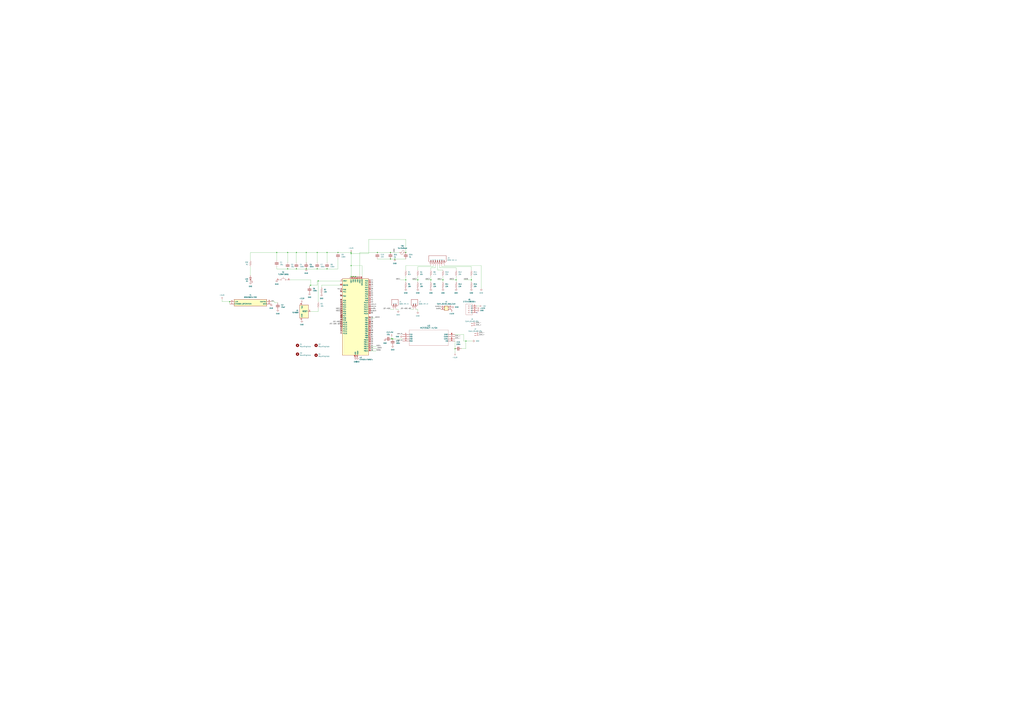
<source format=kicad_sch>
(kicad_sch (version 20231120) (generator "eeschema") (generator_version "8.0")
  (paper "A0")
  (lib_symbols
    (symbol "2-PinJST-ad:B2B-XH-A" (pin_names (offset 1.016))
      (property "Reference" "J" (at -2.54 6.35 0))
      (property "Value" "B2B-XH-A" (at -2.54 -5.08 0))
      (symbol "B2B-XH-A_0_0"
        (pin passive line (at -7.62 2.54 0) (length 5.08) (name "1") (number "1"))
        (pin passive line (at -7.62 0 0) (length 5.08) (name "2") (number "2"))
      )
    )
    (symbol "7-PinJST-ad:B7B-XH-A" (pin_names (offset 1.016))
      (property "Reference" "J" (at -2.54 11.43 0))
      (property "Value" "B7B-XH-A" (at -2.54 -12.7 0))
      (symbol "B7B-XH-A_0_0"
        (pin passive line (at -7.62 7.62 0) (length 5.08) (name "1") (number "1"))
        (pin passive line (at -7.62 5.08 0) (length 5.08) (name "2") (number "2"))
        (pin passive line (at -7.62 2.54 0) (length 5.08) (name "3") (number "3"))
        (pin passive line (at -7.62 0 0) (length 5.08) (name "4") (number "4"))
        (pin passive line (at -7.62 -2.54 0) (length 5.08) (name "5") (number "5"))
        (pin passive line (at -7.62 -5.08 0) (length 5.08) (name "6") (number "6"))
        (pin passive line (at -7.62 -7.62 0) (length 5.08) (name "7") (number "7"))
      )
    )
    (symbol "Connector:Conn_01x02_Pin" (pin_names (offset 1.016) hide)
      (property "Reference" "J" (at 0 2.54 0))
      (property "Value" "Conn_01x02_Pin" (at 0 -5.08 0))
      (symbol "Conn_01x02_Pin_1_1"
        (pin passive line (at 5.08 0 180) (length 3.81) (name "Pin_1") (number "1"))
        (pin passive line (at 5.08 -2.54 180) (length 3.81) (name "Pin_2") (number "2"))
      )
    )
    (symbol "Connector_Generic:Conn_02x02_Odd_Even" (pin_names (offset 1.016) hide)
      (property "Reference" "J" (at 1.27 2.54 0))
      (property "Value" "Conn_02x02_Odd_Even" (at 1.27 -5.08 0))
      (symbol "Conn_02x02_Odd_Even_1_1"
        (pin passive line (at -5.08 0 0) (length 3.81) (name "Pin_1") (number "1"))
        (pin passive line (at 7.62 0 180) (length 3.81) (name "Pin_2") (number "2"))
        (pin passive line (at -5.08 -2.54 0) (length 3.81) (name "Pin_3") (number "3"))
        (pin passive line (at 7.62 -2.54 180) (length 3.81) (name "Pin_4") (number "4"))
      )
    )
    (symbol "Device:C" (pin_numbers hide) (pin_names (offset 0.254))
      (property "Reference" "C" (at 0.635 2.54 0))
      (property "Value" "C" (at 0.635 -2.54 0))
      (symbol "C_1_1"
        (pin passive line (at 0 3.81 270) (length 2.794) (name "~") (number "1"))
        (pin passive line (at 0 -3.81 90) (length 2.794) (name "~") (number "2"))
      )
    )
    (symbol "Device:FerriteBead" (pin_numbers hide) (pin_names (offset 0))
      (property "Reference" "FB" (at -3.81 0.635 90))
      (property "Value" "FerriteBead" (at 3.81 0 90))
      (symbol "FerriteBead_1_1"
        (pin passive line (at 0 3.81 270) (length 2.54) (name "~") (number "1"))
        (pin passive line (at 0 -3.81 90) (length 2.54) (name "~") (number "2"))
      )
    )
    (symbol "Device:LED" (pin_numbers hide) (pin_names (offset 1.016) hide)
      (property "Reference" "D" (at 0 2.54 0))
      (property "Value" "LED" (at 0 -2.54 0))
      (symbol "LED_1_1"
        (pin passive line (at -3.81 0 0) (length 2.54) (name "K") (number "1"))
        (pin passive line (at 3.81 0 180) (length 2.54) (name "A") (number "2"))
      )
    )
    (symbol "Device:R_US" (pin_numbers hide) (pin_names (offset 0))
      (property "Reference" "R" (at 2.54 0 90))
      (property "Value" "R_US" (at -2.54 0 90))
      (symbol "R_US_1_1"
        (pin passive line (at 0 3.81 270) (length 1.27) (name "~") (number "1"))
        (pin passive line (at 0 -3.81 90) (length 1.27) (name "~") (number "2"))
      )
    )
    (symbol "MCU_ST_STM32L4:STM32L476RGTx"
      (property "Reference" "U" (at -15.24 46.99 0))
      (property "Value" "STM32L476RGTx" (at 10.16 46.99 0))
      (symbol "STM32L476RGTx_1_1"
        (pin power_in line (at -5.08 48.26 270) (length 2.54) (name "VBAT") (number "1"))
        (pin bidirectional line (at -17.78 15.24 0) (length 2.54) (name "PC2") (number "10"))
        (pin bidirectional line (at -17.78 12.7 0) (length 2.54) (name "PC3") (number "11"))
        (pin power_in line (at 2.54 -45.72 90) (length 2.54) (name "VSSA") (number "12"))
        (pin power_in line (at 5.08 48.26 270) (length 2.54) (name "VDDA") (number "13"))
        (pin bidirectional line (at 17.78 43.18 180) (length 2.54) (name "PA0") (number "14"))
        (pin bidirectional line (at 17.78 40.64 180) (length 2.54) (name "PA1") (number "15"))
        (pin bidirectional line (at 17.78 38.1 180) (length 2.54) (name "PA2") (number "16"))
        (pin bidirectional line (at 17.78 35.56 180) (length 2.54) (name "PA3") (number "17"))
        (pin power_in line (at 0 -45.72 90) (length 2.54) (name "VSS") (number "18"))
        (pin power_in line (at -2.54 48.26 270) (length 2.54) (name "VDD") (number "19"))
        (pin bidirectional line (at -17.78 -12.7 0) (length 2.54) (name "PC13") (number "2"))
        (pin bidirectional line (at 17.78 33.02 180) (length 2.54) (name "PA4") (number "20"))
        (pin bidirectional line (at 17.78 30.48 180) (length 2.54) (name "PA5") (number "21"))
        (pin bidirectional line (at 17.78 27.94 180) (length 2.54) (name "PA6") (number "22"))
        (pin bidirectional line (at 17.78 25.4 180) (length 2.54) (name "PA7") (number "23"))
        (pin bidirectional line (at -17.78 10.16 0) (length 2.54) (name "PC4") (number "24"))
        (pin bidirectional line (at -17.78 7.62 0) (length 2.54) (name "PC5") (number "25"))
        (pin bidirectional line (at 17.78 0 180) (length 2.54) (name "PB0") (number "26"))
        (pin bidirectional line (at 17.78 -2.54 180) (length 2.54) (name "PB1") (number "27"))
        (pin bidirectional line (at 17.78 -5.08 180) (length 2.54) (name "PB2") (number "28"))
        (pin bidirectional line (at 17.78 -25.4 180) (length 2.54) (name "PB10") (number "29"))
        (pin bidirectional line (at -17.78 -15.24 0) (length 2.54) (name "PC14") (number "3"))
        (pin bidirectional line (at 17.78 -27.94 180) (length 2.54) (name "PB11") (number "30"))
        (pin passive line (at 0 -45.72 90) (length 2.54) hide (name "VSS") (number "31"))
        (pin power_in line (at 0 48.26 270) (length 2.54) (name "VDD") (number "32"))
        (pin bidirectional line (at 17.78 -30.48 180) (length 2.54) (name "PB12") (number "33"))
        (pin bidirectional line (at 17.78 -33.02 180) (length 2.54) (name "PB13") (number "34"))
        (pin bidirectional line (at 17.78 -35.56 180) (length 2.54) (name "PB14") (number "35"))
        (pin bidirectional line (at 17.78 -38.1 180) (length 2.54) (name "PB15") (number "36"))
        (pin bidirectional line (at -17.78 5.08 0) (length 2.54) (name "PC6") (number "37"))
        (pin bidirectional line (at -17.78 2.54 0) (length 2.54) (name "PC7") (number "38"))
        (pin bidirectional line (at -17.78 0 0) (length 2.54) (name "PC8") (number "39"))
        (pin bidirectional line (at -17.78 -17.78 0) (length 2.54) (name "PC15") (number "4"))
        (pin bidirectional line (at -17.78 -2.54 0) (length 2.54) (name "PC9") (number "40"))
        (pin bidirectional line (at 17.78 22.86 180) (length 2.54) (name "PA8") (number "41"))
        (pin bidirectional line (at 17.78 20.32 180) (length 2.54) (name "PA9") (number "42"))
        (pin bidirectional line (at 17.78 17.78 180) (length 2.54) (name "PA10") (number "43"))
        (pin bidirectional line (at 17.78 15.24 180) (length 2.54) (name "PA11") (number "44"))
        (pin bidirectional line (at 17.78 12.7 180) (length 2.54) (name "PA12") (number "45"))
        (pin bidirectional line (at 17.78 10.16 180) (length 2.54) (name "PA13") (number "46"))
        (pin passive line (at 0 -45.72 90) (length 2.54) hide (name "VSS") (number "47"))
        (pin power_in line (at 7.62 48.26 270) (length 2.54) (name "VDDUSB") (number "48"))
        (pin bidirectional line (at 17.78 7.62 180) (length 2.54) (name "PA14") (number "49"))
        (pin bidirectional line (at -17.78 33.02 0) (length 2.54) (name "PH0") (number "5"))
        (pin bidirectional line (at 17.78 5.08 180) (length 2.54) (name "PA15") (number "50"))
        (pin bidirectional line (at -17.78 -5.08 0) (length 2.54) (name "PC10") (number "51"))
        (pin bidirectional line (at -17.78 -7.62 0) (length 2.54) (name "PC11") (number "52"))
        (pin bidirectional line (at -17.78 -10.16 0) (length 2.54) (name "PC12") (number "53"))
        (pin bidirectional line (at -17.78 25.4 0) (length 2.54) (name "PD2") (number "54"))
        (pin bidirectional line (at 17.78 -7.62 180) (length 2.54) (name "PB3") (number "55"))
        (pin bidirectional line (at 17.78 -10.16 180) (length 2.54) (name "PB4") (number "56"))
        (pin bidirectional line (at 17.78 -12.7 180) (length 2.54) (name "PB5") (number "57"))
        (pin bidirectional line (at 17.78 -15.24 180) (length 2.54) (name "PB6") (number "58"))
        (pin bidirectional line (at 17.78 -17.78 180) (length 2.54) (name "PB7") (number "59"))
        (pin bidirectional line (at -17.78 30.48 0) (length 2.54) (name "PH1") (number "6"))
        (pin input line (at -17.78 38.1 0) (length 2.54) (name "BOOT0") (number "60"))
        (pin bidirectional line (at 17.78 -20.32 180) (length 2.54) (name "PB8") (number "61"))
        (pin bidirectional line (at 17.78 -22.86 180) (length 2.54) (name "PB9") (number "62"))
        (pin passive line (at 0 -45.72 90) (length 2.54) hide (name "VSS") (number "63"))
        (pin power_in line (at 2.54 48.26 270) (length 2.54) (name "VDD") (number "64"))
        (pin input line (at -17.78 43.18 0) (length 2.54) (name "NRST") (number "7"))
        (pin bidirectional line (at -17.78 20.32 0) (length 2.54) (name "PC0") (number "8"))
        (pin bidirectional line (at -17.78 17.78 0) (length 2.54) (name "PC1") (number "9"))
      )
    )
    (symbol "Mechanical:MountingHole" (pin_names (offset 1.016)) (exclude_from_sim yes) (in_bom no)
      (property "Reference" "H" (at 0 5.08 0))
      (property "Value" "MountingHole" (at 0 3.175 0))
    )
    (symbol "Power_Supervisor:TCM809" (pin_names (offset 1.016))
      (property "Reference" "U" (at 0 8.89 0))
      (property "Value" "TCM809" (at -1.27 -8.89 0))
      (symbol "TCM809_1_1"
        (pin power_in line (at -2.54 -10.16 90) (length 2.54) (name "GND") (number "1"))
        (pin output line (at 7.62 0 180) (length 2.54) (name "~{RESET}") (number "2"))
        (pin power_in line (at -2.54 10.16 270) (length 2.54) (name "V_{DD}") (number "3"))
      )
    )
    (symbol "power:+3.3V" (power) (pin_numbers hide) (pin_names (offset 0) hide)
      (property "Value" "+3.3V" (at 0 3.556 0))
      (symbol "+3.3V_1_1"
        (pin power_in line (at 0 0 90) (length 0) (name "~") (number "1"))
      )
    )
    (symbol "power:GND" (power) (pin_numbers hide) (pin_names (offset 0) hide)
      (property "Value" "GND" (at 0 -3.81 0))
      (symbol "GND_1_1"
        (pin power_in line (at 0 0 270) (length 0) (name "~") (number "1"))
      )
    )
    (symbol "symbols:1724480004" (pin_names (offset 0.254))
      (property "Reference" "J" (at 8.89 6.35 0))
      (property "Value" "1724480004" (at 0 0 0))
      (symbol "1724480004_1_1"
        (pin unspecified line (at 0 0 0) (length 5.08) (name "1") (number "1"))
        (pin unspecified line (at 0 -2.54 0) (length 5.08) (name "2") (number "2"))
        (pin unspecified line (at 0 -5.08 0) (length 5.08) (name "3") (number "3"))
        (pin unspecified line (at 0 -7.62 0) (length 5.08) (name "4") (number "4"))
      )
      (symbol "1724480004_1_2"
        (pin unspecified line (at 0 0 0) (length 5.08) (name "1") (number "1"))
        (pin unspecified line (at 0 -2.54 0) (length 5.08) (name "2") (number "2"))
        (pin unspecified line (at 0 -5.08 0) (length 5.08) (name "3") (number "3"))
        (pin unspecified line (at 0 -7.62 0) (length 5.08) (name "4") (number "4"))
      )
    )
    (symbol "symbols:830208214709"
      (property "Reference" "Y" (at 44.45 7.62 0))
      (property "Value" "830208214709" (at 44.45 5.08 0))
      (symbol "830208214709_1_1"
        (pin passive line (at 0 -2.54 0) (length 5.08) (name "STANDBY_OPERATION") (number "1"))
        (pin passive line (at 48.26 -2.54 180) (length 5.08) (name "GND") (number "2"))
        (pin passive line (at 48.26 0 180) (length 5.08) (name "OUTPUT") (number "3"))
        (pin passive line (at 0 0 0) (length 5.08) (name "+VS") (number "4"))
      )
    )
    (symbol "symbols:MCP2562T-H_SN" (pin_names (offset 0.254))
      (property "Reference" "U2" (at 30.48 10.16 0))
      (property "Value" "MCP2562T-H/SN" (at 30.48 7.62 0))
      (symbol "MCP2562T-H_SN_0_1"
        (pin input line (at 0 0 0) (length 7.62) (name "TXD") (number "1"))
        (pin power_in line (at 0 -2.54 0) (length 7.62) (name "VSS") (number "2"))
        (pin power_in line (at 0 -5.08 0) (length 7.62) (name "VDD") (number "3"))
        (pin output line (at 0 -7.62 0) (length 7.62) (name "RXD") (number "4"))
        (pin bidirectional line (at 60.96 -5.08 180) (length 7.62) (name "CANL") (number "6"))
        (pin bidirectional line (at 60.96 -2.54 180) (length 7.62) (name "CANH") (number "7"))
        (pin input line (at 60.96 0 180) (length 7.62) (name "STBY") (number "8"))
      )
      (symbol "MCP2562T-H_SN_1_1"
        (pin unspecified line (at 60.96 -7.62 180) (length 7.62) (name "VIO") (number "5"))
      )
    )
    (symbol "symbols:TL59NF160Q" (pin_names (offset 1.016))
      (property "Reference" "S" (at -7.62 5.08 0))
      (property "Value" "TL59NF160Q" (at -7.62 -5.08 0))
      (symbol "TL59NF160Q_0_0"
        (pin passive line (at -7.62 0 0) (length 2.54) (name "~") (number "1"))
        (pin passive line (at 7.62 0 180) (length 2.54) (name "~") (number "2"))
      )
    )
  )
  (junction (at 355.6 293.37))
  (junction (at 412.75 321.31))
  (junction (at 334.01 293.37))
  (junction (at 541.02 396.24))
  (junction (at 410.21 321.31))
  (junction (at 344.17 312.42))
  (junction (at 471.17 325.12))
  (junction (at 266.7 350.52))
  (junction (at 453.39 300.99))
  (junction (at 407.67 294.64))
  (junction (at 514.35 325.12))
  (junction (at 529.59 325.12))
  (junction (at 369.57 326.39))
  (junction (at 407.67 293.37))
  (junction (at 368.3 312.42))
  (junction (at 355.6 312.42))
  (junction (at 379.73 293.37))
  (junction (at 547.37 325.12))
  (junction (at 528.32 405.13))
  (junction (at 500.38 325.12))
  (junction (at 458.47 300.99))
  (junction (at 392.43 293.37))
  (junction (at 360.68 331.47))
  (junction (at 471.17 293.37))
  (junction (at 344.17 293.37))
  (junction (at 379.73 312.42))
  (junction (at 368.3 293.37))
  (junction (at 455.93 393.7))
  (junction (at 407.67 308.61))
  (junction (at 321.31 293.37))
  (junction (at 485.14 325.12))
  (junction (at 453.39 293.37))
  (junction (at 334.01 312.42))
  (junction (at 454.66 393.7))
  (junction (at 438.15 293.37))
  (junction (at 407.67 321.31))
  (no_connect (at 553.72 363.22))
  (wire (pts (xy 548.64 396.24) (xy 541.02 396.24)))
  (wire (pts (xy 541.02 405.13) (xy 541.02 396.24)))
  (wire (pts (xy 318.77 350.52) (xy 314.96 350.52)))
  (wire (pts (xy 392.43 293.37) (xy 379.73 293.37)))
  (wire (pts (xy 547.37 325.12) (xy 538.48 325.12)))
  (wire (pts (xy 318.77 351.79) (xy 318.77 350.52)))
  (wire (pts (xy 513.08 309.88) (xy 513.08 308.61)))
  (wire (pts (xy 360.68 331.47) (xy 368.3 331.47)))
  (wire (pts (xy 455.93 393.7) (xy 454.66 393.7)))
  (wire (pts (xy 482.6 359.41) (xy 485.14 359.41)))
  (wire (pts (xy 257.81 347.98) (xy 257.81 350.52)))
  (wire (pts (xy 500.38 321.31) (xy 500.38 325.12)))
  (wire (pts (xy 458.47 300.99) (xy 471.17 300.99)))
  (wire (pts (xy 485.14 359.41) (xy 485.14 361.95)))
  (wire (pts (xy 420.37 308.61) (xy 407.67 308.61)))
  (wire (pts (xy 485.14 325.12) (xy 485.14 327.66)))
  (wire (pts (xy 369.57 326.39) (xy 394.97 326.39)))
  (wire (pts (xy 334.01 304.8) (xy 334.01 293.37)))
  (wire (pts (xy 471.17 321.31) (xy 471.17 325.12)))
  (wire (pts (xy 321.31 312.42) (xy 334.01 312.42)))
  (wire (pts (xy 547.37 309.88) (xy 513.08 309.88)))
  (wire (pts (xy 407.67 294.64) (xy 407.67 308.61)))
  (wire (pts (xy 334.01 312.42) (xy 344.17 312.42)))
  (wire (pts (xy 471.17 325.12) (xy 471.17 327.66)))
  (wire (pts (xy 535.94 405.13) (xy 541.02 405.13)))
  (wire (pts (xy 514.35 321.31) (xy 514.35 325.12)))
  (wire (pts (xy 485.14 321.31) (xy 485.14 325.12)))
  (wire (pts (xy 368.3 293.37) (xy 368.3 304.8)))
  (wire (pts (xy 514.35 325.12) (xy 514.35 327.66)))
  (wire (pts (xy 321.31 302.26) (xy 321.31 293.37)))
  (wire (pts (xy 529.59 325.12) (xy 529.59 327.66)))
  (wire (pts (xy 558.8 308.61) (xy 558.8 335.28)))
  (wire (pts (xy 438.15 300.99) (xy 453.39 300.99)))
  (wire (pts (xy 538.48 396.24) (xy 538.48 388.62)))
  (wire (pts (xy 373.38 334.01) (xy 373.38 331.47)))
  (wire (pts (xy 436.88 402.59) (xy 430.53 402.59)))
  (wire (pts (xy 355.6 293.37) (xy 355.6 304.8)))
  (wire (pts (xy 360.68 325.12) (xy 360.68 331.47)))
  (wire (pts (xy 547.37 313.69) (xy 547.37 309.88)))
  (wire (pts (xy 290.83 293.37) (xy 290.83 302.26)))
  (wire (pts (xy 359.41 331.47) (xy 360.68 331.47)))
  (wire (pts (xy 528.32 410.21) (xy 528.32 405.13)))
  (wire (pts (xy 417.83 321.31) (xy 417.83 293.37)))
  (wire (pts (xy 368.3 326.39) (xy 369.57 326.39)))
  (wire (pts (xy 547.37 321.31) (xy 547.37 325.12)))
  (wire (pts (xy 407.67 294.64) (xy 427.99 294.64)))
  (wire (pts (xy 420.37 321.31) (xy 420.37 308.61)))
  (wire (pts (xy 500.38 325.12) (xy 494.03 325.12)))
  (wire (pts (xy 471.17 278.13) (xy 471.17 293.37)))
  (wire (pts (xy 407.67 321.31) (xy 410.21 321.31)))
  (wire (pts (xy 368.3 331.47) (xy 368.3 326.39)))
  (wire (pts (xy 379.73 312.42) (xy 392.43 312.42)))
  (wire (pts (xy 477.52 359.41) (xy 480.06 359.41)))
  (wire (pts (xy 368.3 312.42) (xy 379.73 312.42)))
  (wire (pts (xy 360.68 361.95) (xy 369.57 361.95)))
  (wire (pts (xy 438.15 405.13) (xy 430.53 405.13)))
  (wire (pts (xy 459.74 359.41) (xy 462.28 359.41)))
  (wire (pts (xy 529.59 325.12) (xy 521.97 325.12)))
  (wire (pts (xy 379.73 293.37) (xy 379.73 304.8)))
  (wire (pts (xy 407.67 293.37) (xy 407.67 294.64)))
  (wire (pts (xy 508 308.61) (xy 508 313.69)))
  (wire (pts (xy 435.61 369.57) (xy 430.53 369.57)))
  (wire (pts (xy 379.73 293.37) (xy 368.3 293.37)))
  (wire (pts (xy 510.54 311.15) (xy 510.54 308.61)))
  (wire (pts (xy 500.38 308.61) (xy 471.17 308.61)))
  (wire (pts (xy 515.62 308.61) (xy 558.8 308.61)))
  (wire (pts (xy 500.38 325.12) (xy 500.38 327.66)))
  (wire (pts (xy 392.43 312.42) (xy 392.43 300.99)))
  (wire (pts (xy 453.39 393.7) (xy 454.66 393.7)))
  (wire (pts (xy 427.99 294.64) (xy 427.99 278.13)))
  (wire (pts (xy 417.83 293.37) (xy 438.15 293.37)))
  (wire (pts (xy 344.17 304.8) (xy 344.17 293.37)))
  (wire (pts (xy 407.67 308.61) (xy 407.67 321.31)))
  (wire (pts (xy 344.17 312.42) (xy 355.6 312.42)))
  (wire (pts (xy 359.41 331.47) (xy 359.41 332.74)))
  (wire (pts (xy 336.55 325.12) (xy 360.68 325.12)))
  (wire (pts (xy 318.77 351.79) (xy 322.58 351.79)))
  (wire (pts (xy 453.39 359.41) (xy 457.2 359.41)))
  (wire (pts (xy 290.83 293.37) (xy 321.31 293.37)))
  (wire (pts (xy 438.15 293.37) (xy 453.39 293.37)))
  (wire (pts (xy 500.38 311.15) (xy 505.46 311.15)))
  (wire (pts (xy 321.31 293.37) (xy 334.01 293.37)))
  (wire (pts (xy 528.32 405.13) (xy 528.32 396.24)))
  (wire (pts (xy 467.36 393.7) (xy 455.93 393.7)))
  (wire (pts (xy 547.37 325.12) (xy 547.37 327.66)))
  (wire (pts (xy 373.38 331.47) (xy 394.97 331.47)))
  (wire (pts (xy 505.46 308.61) (xy 505.46 311.15)))
  (wire (pts (xy 538.48 388.62) (xy 528.32 388.62)))
  (wire (pts (xy 508 325.12) (xy 514.35 325.12)))
  (wire (pts (xy 500.38 313.69) (xy 500.38 311.15)))
  (wire (pts (xy 410.21 321.31) (xy 412.75 321.31)))
  (wire (pts (xy 485.14 309.88) (xy 502.92 309.88)))
  (wire (pts (xy 453.39 293.37) (xy 463.55 293.37)))
  (wire (pts (xy 368.3 293.37) (xy 355.6 293.37)))
  (wire (pts (xy 257.81 350.52) (xy 266.7 350.52)))
  (wire (pts (xy 369.57 361.95) (xy 369.57 358.14)))
  (wire (pts (xy 529.59 321.31) (xy 529.59 325.12)))
  (wire (pts (xy 412.75 321.31) (xy 415.29 321.31)))
  (wire (pts (xy 471.17 308.61) (xy 471.17 313.69)))
  (wire (pts (xy 556.26 355.6) (xy 553.72 355.6)))
  (wire (pts (xy 529.59 313.69) (xy 529.59 311.15)))
  (wire (pts (xy 453.39 300.99) (xy 458.47 300.99)))
  (wire (pts (xy 266.7 350.52) (xy 266.7 353.06)))
  (wire (pts (xy 514.35 313.69) (xy 508 313.69)))
  (wire (pts (xy 321.31 309.88) (xy 321.31 312.42)))
  (wire (pts (xy 485.14 313.69) (xy 485.14 309.88)))
  (wire (pts (xy 344.17 293.37) (xy 355.6 293.37)))
  (wire (pts (xy 334.01 293.37) (xy 344.17 293.37)))
  (wire (pts (xy 502.92 308.61) (xy 502.92 309.88)))
  (wire (pts (xy 369.57 350.52) (xy 369.57 326.39)))
  (wire (pts (xy 436.88 407.67) (xy 430.53 407.67)))
  (wire (pts (xy 355.6 312.42) (xy 368.3 312.42)))
  (wire (pts (xy 541.02 396.24) (xy 538.48 396.24)))
  (wire (pts (xy 290.83 309.88) (xy 290.83 320.04)))
  (wire (pts (xy 427.99 278.13) (xy 471.17 278.13)))
  (wire (pts (xy 478.79 325.12) (xy 485.14 325.12)))
  (wire (pts (xy 454.66 393.7) (xy 454.66 391.16)))
  (wire (pts (xy 462.28 359.41) (xy 462.28 360.68)))
  (wire (pts (xy 464.82 325.12) (xy 471.17 325.12)))
  (wire (pts (xy 529.59 311.15) (xy 510.54 311.15)))
  (wire (pts (xy 407.67 293.37) (xy 392.43 293.37)))
  (label "36" (at 430.53 407.67 0))
  (label "ADC4" (at 436.88 402.59 0))
  (label "15" (at 430.53 328.93 0))
  (label "54" (at 394.97 344.17 0))
  (label "CAN_+" (at 556.26 389.89 0))
  (label "50" (at 430.53 364.49 0))
  (label "10" (at 394.97 354.33 0))
  (label "ADC2" (at 478.79 325.12 0))
  (label "43" (at 430.53 351.79 0))
  (label "CAN_-" (at 552.45 375.92 0))
  (label "CAN_+" (at 528.32 391.16 0))
  (label "swdclk" (at 511.81 356.87 180))
  (label "vdda" (at 458.47 293.37 90))
  (label "59" (at 430.53 387.35 0))
  (label "53" (at 394.97 379.73 0))
  (label "11" (at 394.97 356.87 0))
  (label "swdio" (at 430.53 359.41 0))
  (label "2" (at 394.97 382.27 0))
  (label "ADC5" (at 438.15 405.13 0))
  (label "58" (at 430.53 384.81 0))
  (label "ADC6" (at 436.88 407.67 0))
  (label "3" (at 394.97 384.81 0))
  (label "ADC1" (at 394.97 359.41 180))
  (label "ADC2" (at 394.97 361.95 180))
  (label "ADC5" (at 521.97 325.12 0))
  (label "rcc" (at 394.97 336.55 180))
  (label "rcc" (at 314.96 350.52 0))
  (label "ADC3" (at 435.61 369.57 0))
  (label "can_tx" (at 430.53 356.87 0))
  (label "52" (at 394.97 377.19 0))
  (label "9" (at 394.97 351.79 0))
  (label "JST-ADC-#2" (at 477.52 359.41 180))
  (label "30" (at 430.53 397.51 0))
  (label "57" (at 430.53 382.27 0))
  (label "swdio" (at 511.81 359.41 180))
  (label "26" (at 430.53 369.57 0))
  (label "can_rx" (at 430.53 354.33 0))
  (label "40" (at 394.97 372.11 0))
  (label "JST-ADC" (at 394.97 374.65 180))
  (label "8" (at 394.97 349.25 0))
  (label "62" (at 430.53 392.43 0))
  (label "23" (at 430.53 344.17 0))
  (label "27" (at 430.53 372.11 0))
  (label "CAN_-" (at 556.26 387.35 0))
  (label "22" (at 430.53 341.63 0))
  (label "41" (at 430.53 346.71 0))
  (label "39" (at 394.97 369.57 0))
  (label "34" (at 430.53 402.59 0))
  (label "can_tx" (at 467.36 388.62 180))
  (label "CAN_+" (at 552.45 378.46 0))
  (label "28" (at 430.53 374.65 0))
  (label "ADC1" (at 464.82 325.12 180))
  (label "6" (at 394.97 339.09 0))
  (label "can_rx" (at 467.36 396.24 180))
  (label "20" (at 430.53 336.55 0))
  (label "24" (at 394.97 359.41 0))
  (label "37" (at 394.97 364.49 0))
  (label "14" (at 430.53 326.39 0))
  (label "38" (at 394.97 367.03 0))
  (label "16" (at 430.53 331.47 0))
  (label "21" (at 430.53 339.09 0))
  (label "35" (at 430.53 405.13 0))
  (label "42" (at 430.53 349.25 0))
  (label "55" (at 430.53 377.19 0))
  (label "ADC6" (at 538.48 325.12 0))
  (label "61" (at 430.53 389.89 0))
  (label "51" (at 394.97 374.65 0))
  (label "JST-ADC" (at 453.39 359.41 180))
  (label "JST-ADC-#2" (at 394.97 377.19 180))
  (label "29" (at 430.53 394.97 0))
  (label "ADC4" (at 508 325.12 0))
  (label "33" (at 430.53 400.05 0))
  (label "4" (at 394.97 387.35 0))
  (label "17" (at 430.53 334.01 0))
  (label "swdclk" (at 430.53 361.95 0))
  (label "25" (at 394.97 361.95 0))
  (label "ADC3" (at 494.03 325.12 0))
  (label "56" (at 430.53 379.73 0))
  (label "CAN_-" (at 528.32 393.7 0))
  (symbol (lib_id "Device:C") (at 450.85 393.7 90) (unit 1)
    (property "Reference" "C12" (at 450.85 386.08 90))
    (property "Value" "10u" (at 450.85 388.62 90))
    (property "Footprint" "Capacitor_SMD:C_0805_2012Metric_Pad1.18x1.45mm_HandSolder" (effects (hide yes)))
    (property "Description" "Unpolarized capacitor" (effects (hide yes)))
  )
  (symbol (lib_id "power:+3.3V") (at 553.72 358.14 270) (unit 1)
    (property "Reference" "#PWR021" (effects (hide yes)))
    (property "Value" "+3.3V" (at 557.53 358.1399 90) (effects (justify left)))
    (property "Description" "Power symbol creates a global label with name \"+3.3V\"" (effects (hide yes)))
  )
  (symbol (lib_id "power:GND") (at 455.93 401.32 0) (unit 1)
    (property "Reference" "#PWR018" (effects (hide yes)))
    (property "Value" "GND" (at 455.93 406.4 0))
    (property "Description" "Power symbol creates a global label with name \"GND\" , ground" (effects (hide yes)))
  )
  (symbol (lib_id "symbols:830208214709") (at 266.7 350.52 0) (unit 1)
    (property "Reference" "Y1" (at 290.83 342.9 0))
    (property "Value" "830208214709" (at 290.83 345.44 0))
    (property "Footprint" "components:oscillator" (effects (hide yes)))
    (property "Datasheet" "https://www.we-online.com/catalog/datasheet/830208214709.pdf" (effects (hide yes)))
    (property "Description" "Standard 2 x 1.6 crystal oscillator in a ceramic package" (effects (hide yes)))
    (property "Height" "0.8" (effects (hide yes)))
    (property "Mouser Part Number" "710-830208214709" (effects (hide yes)))
    (property "Mouser Price/Stock" "https://www.mouser.co.uk/ProductDetail/Wurth-Elektronik/830208214709?qs=hWgE7mdIu5RsfOKECoK1Sg%3D%3D" (effects (hide yes)))
    (property "Manufacturer_Name" "Wurth Elektronik" (effects (hide yes)))
    (property "Manufacturer_Part_Number" "830208214709" (effects (hide yes)))
  )
  (symbol (lib_id "Device:C") (at 355.6 308.61 0) (unit 1)
    (property "Reference" "C5" (at 359.41 307.3399 0) (effects (justify left)))
    (property "Value" "100n" (at 359.41 309.8799 0) (effects (justify left)))
    (property "Footprint" "Capacitor_SMD:C_0805_2012Metric_Pad1.18x1.45mm_HandSolder" (effects (hide yes)))
    (property "Description" "Unpolarized capacitor" (effects (hide yes)))
  )
  (symbol (lib_id "power:GND") (at 485.14 335.28 0) (unit 1)
    (property "Reference" "#PWR023" (effects (hide yes)))
    (property "Value" "GND" (at 485.14 340.36 0))
    (property "Description" "Power symbol creates a global label with name \"GND\" , ground" (effects (hide yes)))
  )
  (symbol (lib_id "Connector:Conn_01x02_Pin") (at 551.18 387.35 0) (unit 1)
    (property "Reference" "J2" (at 551.815 382.27 0))
    (property "Value" "Conn_01x02_Pin" (at 551.815 384.81 0))
    (property "Footprint" "components:can_molex_header" (effects (hide yes)))
    (property "Description" "Generic connector, single row, 01x02, script generated" (effects (hide yes)))
  )
  (symbol (lib_id "MCU_ST_STM32L4:STM32L476RGTx") (at 412.75 369.57 0) (unit 1)
    (property "Reference" "U2" (at 417.4841 415.29 0) (effects (justify left)))
    (property "Value" "STM32L476RGTx" (at 417.4841 417.83 0) (effects (justify left)))
    (property "Footprint" "Package_QFP:LQFP-64_10x10mm_P0.5mm" (effects (hide yes)))
    (property "Datasheet" "https://www.st.com/resource/en/datasheet/stm32l476rg.pdf" (effects (hide yes)))
    (property "Description" "STMicroelectronics Arm Cortex-M4 MCU, 1024KB flash, 128KB RAM, 80 MHz, 1.71-3.6V, 51 GPIO, LQFP64" (effects (hide yes)))
  )
  (symbol (lib_id "power:GND") (at 524.51 356.87 90) (unit 1)
    (property "Reference" "#PWR020" (effects (hide yes)))
    (property "Value" "GND" (at 528.32 356.8699 90) (effects (justify right)))
    (property "Description" "Power symbol creates a global label with name \"GND\" , ground" (effects (hide yes)))
  )
  (symbol (lib_id "Device:C") (at 379.73 308.61 0) (unit 1)
    (property "Reference" "C8" (at 383.54 307.3399 0) (effects (justify left)))
    (property "Value" "100n" (at 383.54 309.8799 0) (effects (justify left)))
    (property "Footprint" "Capacitor_SMD:C_0805_2012Metric_Pad1.18x1.45mm_HandSolder" (effects (hide yes)))
    (property "Description" "Unpolarized capacitor" (effects (hide yes)))
  )
  (symbol (lib_id "Connector:Conn_01x02_Pin") (at 547.37 375.92 0) (unit 1)
    (property "Reference" "J5" (at 548.005 370.84 0))
    (property "Value" "Conn_01x02_Pin" (at 548.005 373.38 0))
    (property "Footprint" "components:can_molex_header" (effects (hide yes)))
    (property "Description" "Generic connector, single row, 01x02, script generated" (effects (hide yes)))
  )
  (symbol (lib_id "power:GND") (at 462.28 360.68 0) (unit 1)
    (property "Reference" "#PWR033" (effects (hide yes)))
    (property "Value" "GND" (at 462.28 365.76 0))
    (property "Description" "Power symbol creates a global label with name \"GND\" , ground" (effects (hide yes)))
  )
  (symbol (lib_id "power:GND") (at 500.38 335.28 0) (unit 1)
    (property "Reference" "#PWR025" (effects (hide yes)))
    (property "Value" "GND" (at 500.38 340.36 0))
    (property "Description" "Power symbol creates a global label with name \"GND\" , ground" (effects (hide yes)))
  )
  (symbol (lib_id "power:+3.3V") (at 350.52 351.79 0) (unit 1)
    (property "Reference" "#PWR06" (effects (hide yes)))
    (property "Value" "+3.3V" (at 350.52 346.71 0))
    (property "Description" "Power symbol creates a global label with name \"+3.3V\"" (effects (hide yes)))
  )
  (symbol (lib_id "Mechanical:MountingHole") (at 345.44 411.48 0) (unit 1) (exclude_from_sim yes) (in_bom no)
    (property "Reference" "H3" (at 347.98 410.2099 0) (effects (justify left)))
    (property "Value" "MountingHole" (at 347.98 412.7499 0) (effects (justify left)))
    (property "Description" "Mounting Hole without connection" (effects (hide yes)))
  )
  (symbol (lib_id "power:GND") (at 290.83 327.66 0) (unit 1)
    (property "Reference" "#PWR02" (effects (hide yes)))
    (property "Value" "GND" (at 290.83 332.74 0))
    (property "Description" "Power symbol creates a global label with name \"GND\" , ground" (effects (hide yes)))
  )
  (symbol (lib_id "Device:FerriteBead") (at 467.36 293.37 90) (unit 1)
    (property "Reference" "FB1" (at 467.3092 285.75 90))
    (property "Value" "FerriteBead" (at 467.3092 288.29 90))
    (property "Footprint" "components:ferrite_bead02BH1J" (effects (hide yes)))
    (property "Description" "Ferrite bead" (effects (hide yes)))
  )
  (symbol (lib_id "power:+3.3V") (at 528.32 410.21 180) (unit 1)
    (property "Reference" "#PWR024" (effects (hide yes)))
    (property "Value" "+3.3V" (at 528.32 415.29 0))
    (property "Description" "Power symbol creates a global label with name \"+3.3V\"" (effects (hide yes)))
  )
  (symbol (lib_id "Device:LED") (at 290.83 323.85 90) (unit 1)
    (property "Reference" "D1" (at 288.29 326.7076 90) (effects (justify left)))
    (property "Value" "LED" (at 288.29 324.1676 90) (effects (justify left)))
    (property "Footprint" "components:small_led" (effects (hide yes)))
    (property "Description" "Light emitting diode" (effects (hide yes)))
  )
  (symbol (lib_id "power:GND") (at 458.47 300.99 0) (unit 1)
    (property "Reference" "#PWR015" (effects (hide yes)))
    (property "Value" "GND" (at 458.47 306.07 0))
    (property "Description" "Power symbol creates a global label with name \"GND\" , ground" (effects (hide yes)))
  )
  (symbol (lib_id "2-PinJST-ad:B2B-XH-A") (at 459.74 351.79 90) (unit 1)
    (property "Reference" "J4" (at 463.55 350.5199 90) (effects (justify right)))
    (property "Value" "B2B-XH-A" (at 463.55 353.0599 90) (effects (justify right)))
    (property "Footprint" "components:2-PinJST-ad" (effects (hide yes)))
    (property "PARTREV" "N/A" (effects (hide yes)))
    (property "STANDARD" "Manufacturer Recommendations" (effects (hide yes)))
    (property "MAXIMUM_PACKAGE_HEIGHT" "7 mm" (effects (hide yes)))
    (property "MANUFACTURER" "JST Sales America Inc." (effects (hide yes)))
  )
  (symbol (lib_id "symbols:1724480004") (at 553.72 363.22 180) (unit 1)
    (property "Reference" "J6" (at 544.83 347.98 0) (effects (font (size 1.524 1.524))))
    (property "Value" "1724480004" (at 544.83 350.52 0) (effects (font (size 1.524 1.524))))
    (property "Footprint" "components:power_header" (effects (hide yes)))
    (property "Datasheet" "1724480004" (effects (hide yes)))
  )
  (symbol (lib_id "Device:C") (at 392.43 297.18 0) (unit 1)
    (property "Reference" "C9" (at 396.24 295.9099 0) (effects (justify left)))
    (property "Value" "100n" (at 396.24 298.4499 0) (effects (justify left)))
    (property "Footprint" "Capacitor_SMD:C_0805_2012Metric_Pad1.18x1.45mm_HandSolder" (effects (hide yes)))
    (property "Description" "Unpolarized capacitor" (effects (hide yes)))
  )
  (symbol (lib_id "Device:C") (at 455.93 397.51 180) (unit 1)
    (property "Reference" "C13" (at 459.74 396.2399 0) (effects (justify right)))
    (property "Value" "100n" (at 459.74 398.7799 0) (effects (justify right)))
    (property "Footprint" "Capacitor_SMD:C_0805_2012Metric_Pad1.18x1.45mm_HandSolder" (effects (hide yes)))
    (property "Description" "Unpolarized capacitor" (effects (hide yes)))
  )
  (symbol (lib_id "Device:R_US") (at 500.38 317.5 0) (unit 1)
    (property "Reference" "R8" (at 502.92 316.2299 0) (effects (justify left)))
    (property "Value" "47k" (at 502.92 318.7699 0) (effects (justify left)))
    (property "Footprint" "components:47kOhmRes-ad" (effects (hide yes)))
    (property "Description" "Resistor, US symbol" (effects (hide yes)))
  )
  (symbol (lib_id "power:GND") (at 514.35 335.28 0) (unit 1)
    (property "Reference" "#PWR026" (effects (hide yes)))
    (property "Value" "GND" (at 514.35 340.36 0))
    (property "Description" "Power symbol creates a global label with name \"GND\" , ground" (effects (hide yes)))
  )
  (symbol (lib_id "power:+3.3V") (at 454.66 391.16 0) (unit 1)
    (property "Reference" "#PWR017" (effects (hide yes)))
    (property "Value" "+5V" (at 454.66 386.08 0))
    (property "Description" "Power symbol creates a global label with name \"+3.3V\"" (effects (hide yes)))
  )
  (symbol (lib_id "power:GND") (at 547.37 335.28 0) (unit 1)
    (property "Reference" "#PWR031" (effects (hide yes)))
    (property "Value" "GND" (at 547.37 340.36 0))
    (property "Description" "Power symbol creates a global label with name \"GND\" , ground" (effects (hide yes)))
  )
  (symbol (lib_id "Device:R_US") (at 529.59 331.47 0) (unit 1)
    (property "Reference" "R13" (at 532.13 330.1999 0) (effects (justify left)))
    (property "Value" "10k" (at 532.13 332.7399 0) (effects (justify left)))
    (property "Footprint" "Resistor_SMD:R_0402_1005Metric_Pad0.72x0.64mm_HandSolder" (effects (hide yes)))
    (property "Description" "Resistor, US symbol" (effects (hide yes)))
  )
  (symbol (lib_id "Device:C") (at 368.3 308.61 0) (unit 1)
    (property "Reference" "C7" (at 372.11 307.3399 0) (effects (justify left)))
    (property "Value" "100n" (at 372.11 309.8799 0) (effects (justify left)))
    (property "Footprint" "Capacitor_SMD:C_0805_2012Metric_Pad1.18x1.45mm_HandSolder" (effects (hide yes)))
    (property "Description" "Unpolarized capacitor" (effects (hide yes)))
  )
  (symbol (lib_id "Device:R_US") (at 514.35 317.5 0) (unit 1)
    (property "Reference" "R10" (at 516.89 316.2299 0) (effects (justify left)))
    (property "Value" "33k" (at 516.89 318.7699 0) (effects (justify left)))
    (property "Footprint" "components:33kOhmRes-ad" (effects (hide yes)))
    (property "Description" "Resistor, US symbol" (effects (hide yes)))
  )
  (symbol (lib_id "Device:R_US") (at 373.38 337.82 0) (unit 1)
    (property "Reference" "R2" (at 375.92 336.5499 0) (effects (justify left)))
    (property "Value" "10k" (at 375.92 339.0899 0) (effects (justify left)))
    (property "Footprint" "Resistor_SMD:R_0402_1005Metric_Pad0.72x0.64mm_HandSolder" (effects (hide yes)))
    (property "Description" "Resistor, US symbol" (effects (hide yes)))
  )
  (symbol (lib_id "Device:C") (at 321.31 306.07 0) (unit 1)
    (property "Reference" "C1" (at 325.12 304.7999 0) (effects (justify left)))
    (property "Value" "10u" (at 325.12 307.3399 0) (effects (justify left)))
    (property "Footprint" "Capacitor_SMD:C_0805_2012Metric_Pad1.18x1.45mm_HandSolder" (effects (hide yes)))
    (property "Description" "Unpolarized capacitor" (effects (hide yes)))
  )
  (symbol (lib_id "power:+3.3V") (at 524.51 359.41 180) (unit 1)
    (property "Reference" "#PWR014" (effects (hide yes)))
    (property "Value" "+3.3V" (at 524.51 364.49 0))
    (property "Description" "Power symbol creates a global label with name \"+3.3V\"" (effects (hide yes)))
  )
  (symbol (lib_id "power:GND") (at 467.36 391.16 270) (unit 1)
    (property "Reference" "#PWR019" (effects (hide yes)))
    (property "Value" "GND" (at 463.55 391.1599 90) (effects (justify right)))
    (property "Description" "Power symbol creates a global label with name \"GND\" , ground" (effects (hide yes)))
  )
  (symbol (lib_id "power:GND") (at 558.8 335.28 0) (unit 1)
    (property "Reference" "#PWR032" (effects (hide yes)))
    (property "Value" "GND" (at 558.8 340.36 0))
    (property "Description" "Power symbol creates a global label with name \"GND\" , ground" (effects (hide yes)))
  )
  (symbol (lib_id "power:GND") (at 529.59 335.28 0) (unit 1)
    (property "Reference" "#PWR029" (effects (hide yes)))
    (property "Value" "GND" (at 529.59 340.36 0))
    (property "Description" "Power symbol creates a global label with name \"GND\" , ground" (effects (hide yes)))
  )
  (symbol (lib_id "Device:R_US") (at 369.57 354.33 0) (unit 1)
    (property "Reference" "R3" (at 372.11 353.0599 0) (effects (justify left)))
    (property "Value" "10k" (at 372.11 355.5999 0) (effects (justify left)))
    (property "Footprint" "Resistor_SMD:R_0402_1005Metric_Pad0.72x0.64mm_HandSolder" (effects (hide yes)))
    (property "Description" "Resistor, US symbol" (effects (hide yes)))
  )
  (symbol (lib_id "Device:C") (at 344.17 308.61 0) (unit 1)
    (property "Reference" "C4" (at 347.98 307.3399 0) (effects (justify left)))
    (property "Value" "100n" (at 347.98 309.8799 0) (effects (justify left)))
    (property "Footprint" "Capacitor_SMD:C_0805_2012Metric_Pad1.18x1.45mm_HandSolder" (effects (hide yes)))
    (property "Description" "Unpolarized capacitor" (effects (hide yes)))
  )
  (symbol (lib_id "Mechanical:MountingHole") (at 345.44 401.32 0) (unit 1) (exclude_from_sim yes) (in_bom no)
    (property "Reference" "H1" (at 347.98 400.0499 0) (effects (justify left)))
    (property "Value" "MountingHole" (at 347.98 402.5899 0) (effects (justify left)))
    (property "Description" "Mounting Hole without connection" (effects (hide yes)))
  )
  (symbol (lib_id "Connector_Generic:Conn_02x02_Odd_Even") (at 516.89 356.87 0) (unit 1)
    (property "Reference" "J1" (at 518.16 350.52 0))
    (property "Value" "Conn_02x02_Odd_Even" (at 518.16 353.06 0))
    (property "Footprint" "Connector_PinHeader_2.54mm:PinHeader_2x02_P2.54mm_Vertical" (effects (hide yes)))
    (property "Description" "Generic connector, double row, 02x02, odd/even pin numbering scheme (row 1 odd numbers, row 2 even numbers), script generated (kicad-library-utils/schlib/autogen/connector/)" (effects (hide yes)))
  )
  (symbol (lib_id "power:+3.3V") (at 556.26 355.6 270) (unit 1)
    (property "Reference" "#PWR030" (effects (hide yes)))
    (property "Value" "+5V" (at 560.07 355.5999 90) (effects (justify left)))
    (property "Description" "Power symbol creates a global label with name \"+3.3V\"" (effects (hide yes)))
  )
  (symbol (lib_id "symbols:MCP2562T-H_SN") (at 467.36 388.62 0) (unit 1)
    (property "Reference" "U3" (at 497.84 378.46 0) (effects (font (size 1.524 1.524))))
    (property "Value" "MCP2562T-H/SN" (at 497.84 381 0) (effects (font (size 1.524 1.524))))
    (property "Footprint" "components:can_transceiver" (effects (hide yes)))
    (property "Datasheet" "MCP2562T-H/SN" (effects (hide yes)))
  )
  (symbol (lib_id "Device:R_US") (at 485.14 331.47 0) (unit 1)
    (property "Reference" "R7" (at 487.68 330.1999 0) (effects (justify left)))
    (property "Value" "10k" (at 487.68 332.7399 0) (effects (justify left)))
    (property "Footprint" "Resistor_SMD:R_0402_1005Metric_Pad0.72x0.64mm_HandSolder" (effects (hide yes)))
    (property "Description" "Resistor, US symbol" (effects (hide yes)))
  )
  (symbol (lib_id "7-PinJST-ad:B7B-XH-A") (at 508 300.99 90) (unit 1)
    (property "Reference" "J3" (at 519.43 299.7199 90) (effects (justify right)))
    (property "Value" "B7B-XH-A" (at 519.43 302.2599 90) (effects (justify right)))
    (property "Footprint" "components:7-PinJST-ad" (effects (hide yes)))
    (property "PARTREV" "7/4/21" (effects (hide yes)))
    (property "STANDARD" "Manufacturer Recommendations" (effects (hide yes)))
    (property "MAXIMUM_PACKAGE_HEIGHT" "7.00 mm" (effects (hide yes)))
    (property "MANUFACTURER" "JST" (effects (hide yes)))
  )
  (symbol (lib_id "Device:R_US") (at 529.59 317.5 0) (unit 1)
    (property "Reference" "R12" (at 532.13 316.2299 0) (effects (justify left)))
    (property "Value" "20k" (at 532.13 318.7699 0) (effects (justify left)))
    (property "Footprint" "components:20kOhmRes-ad" (effects (hide yes)))
    (property "Description" "Resistor, US symbol" (effects (hide yes)))
  )
  (symbol (lib_id "power:GND") (at 350.52 372.11 0) (unit 1)
    (property "Reference" "#PWR07" (effects (hide yes)))
    (property "Value" "GND" (at 350.52 377.19 0))
    (property "Description" "Power symbol creates a global label with name \"GND\" , ground" (effects (hide yes)))
  )
  (symbol (lib_id "Device:C") (at 471.17 297.18 0) (unit 1)
    (property "Reference" "C14" (at 474.98 295.9099 0) (effects (justify left)))
    (property "Value" "1u" (at 474.98 298.4499 0) (effects (justify left)))
    (property "Footprint" "Capacitor_SMD:C_0402_1005Metric_Pad0.74x0.62mm_HandSolder" (effects (hide yes)))
    (property "Description" "Unpolarized capacitor" (effects (hide yes)))
  )
  (symbol (lib_id "Device:C") (at 322.58 355.6 0) (unit 1)
    (property "Reference" "C2" (at 326.39 354.3299 0) (effects (justify left)))
    (property "Value" "15pf" (at 326.39 356.8699 0) (effects (justify left)))
    (property "Footprint" "components:15pf_cap" (effects (hide yes)))
    (property "Description" "Unpolarized capacitor" (effects (hide yes)))
  )
  (symbol (lib_id "power:GND") (at 447.04 393.7 0) (unit 1)
    (property "Reference" "#PWR016" (effects (hide yes)))
    (property "Value" "GND" (at 447.04 398.78 0))
    (property "Description" "Power symbol creates a global label with name \"GND\" , ground" (effects (hide yes)))
  )
  (symbol (lib_id "Device:R_US") (at 547.37 317.5 0) (unit 1)
    (property "Reference" "R14" (at 549.91 316.2299 0) (effects (justify left)))
    (property "Value" "6.8k" (at 549.91 318.7699 0) (effects (justify left)))
    (property "Footprint" "components:6.8kOhmRes-ad" (effects (hide yes)))
    (property "Description" "Resistor, US symbol" (effects (hide yes)))
  )
  (symbol (lib_id "Mechanical:MountingHole") (at 367.03 412.75 0) (unit 1) (exclude_from_sim yes) (in_bom no)
    (property "Reference" "H4" (at 369.57 411.4799 0) (effects (justify left)))
    (property "Value" "MountingHole" (at 369.57 414.0199 0) (effects (justify left)))
    (property "Description" "Mounting Hole without connection" (effects (hide yes)))
  )
  (symbol (lib_id "power:GND") (at 355.6 312.42 0) (unit 1)
    (property "Reference" "#PWR08" (effects (hide yes)))
    (property "Value" "GND" (at 355.6 317.5 0))
    (property "Description" "Power symbol creates a global label with name \"GND\" , ground" (effects (hide yes)))
  )
  (symbol (lib_id "Device:C") (at 438.15 297.18 0) (unit 1)
    (property "Reference" "C10" (at 441.96 295.9099 0) (effects (justify left)))
    (property "Value" "10n" (at 441.96 298.4499 0) (effects (justify left)))
    (property "Footprint" "Capacitor_SMD:C_0805_2012Metric_Pad1.18x1.45mm_HandSolder" (effects (hide yes)))
    (property "Description" "Unpolarized capacitor" (effects (hide yes)))
  )
  (symbol (lib_id "power:GND") (at 321.31 325.12 0) (unit 1)
    (property "Reference" "#PWR04" (effects (hide yes)))
    (property "Value" "GND" (at 321.31 330.2 0))
    (property "Description" "Power symbol creates a global label with name \"GND\" , ground" (effects (hide yes)))
  )
  (symbol (lib_id "Power_Supervisor:TCM809") (at 353.06 361.95 0) (unit 1)
    (property "Reference" "U1" (at 346.71 360.6799 0) (effects (justify right)))
    (property "Value" "TCM809" (at 346.71 363.2199 0) (effects (justify right)))
    (property "Footprint" "Package_TO_SOT_SMD:SOT-23_Handsoldering" (effects (hide yes)))
    (property "Datasheet" "http://ww1.microchip.com/downloads/en/DeviceDoc/21661E.pdf" (effects (hide yes)))
    (property "Description" "Microcontroller reset monitor, active low output" (effects (hide yes)))
  )
  (symbol (lib_id "Device:C") (at 334.01 308.61 0) (unit 1)
    (property "Reference" "C3" (at 337.82 307.3399 0) (effects (justify left)))
    (property "Value" "10u" (at 337.82 309.8799 0) (effects (justify left)))
    (property "Footprint" "Capacitor_SMD:C_0805_2012Metric_Pad1.18x1.45mm_HandSolder" (effects (hide yes)))
    (property "Description" "Unpolarized capacitor" (effects (hide yes)))
  )
  (symbol (lib_id "Device:R_US") (at 547.37 331.47 0) (unit 1)
    (property "Reference" "R15" (at 549.91 330.1999 0) (effects (justify left)))
    (property "Value" "10k" (at 549.91 332.7399 0) (effects (justify left)))
    (property "Footprint" "Resistor_SMD:R_0402_1005Metric_Pad0.72x0.64mm_HandSolder" (effects (hide yes)))
    (property "Description" "Resistor, US symbol" (effects (hide yes)))
  )
  (symbol (lib_id "Device:C") (at 453.39 297.18 0) (unit 1)
    (property "Reference" "C11" (at 457.2 295.9099 0) (effects (justify left)))
    (property "Value" "1u" (at 457.2 298.4499 0) (effects (justify left)))
    (property "Footprint" "Capacitor_SMD:C_0402_1005Metric_Pad0.74x0.62mm_HandSolder" (effects (hide yes)))
    (property "Description" "Unpolarized capacitor" (effects (hide yes)))
  )
  (symbol (lib_id "power:GND") (at 485.14 361.95 0) (unit 1)
    (property "Reference" "#PWR034" (effects (hide yes)))
    (property "Value" "GND" (at 485.14 367.03 0))
    (property "Description" "Power symbol creates a global label with name \"GND\" , ground" (effects (hide yes)))
  )
  (symbol (lib_id "power:GND") (at 412.75 415.29 0) (unit 1)
    (property "Reference" "#PWR012" (effects (hide yes)))
    (property "Value" "GND" (at 412.75 420.37 0))
    (property "Description" "Power symbol creates a global label with name \"GND\" , ground" (effects (hide yes)))
  )
  (symbol (lib_id "power:GND") (at 373.38 341.63 0) (unit 1)
    (property "Reference" "#PWR010" (effects (hide yes)))
    (property "Value" "GND" (at 373.38 346.71 0))
    (property "Description" "Power symbol creates a global label with name \"GND\" , ground" (effects (hide yes)))
  )
  (symbol (lib_id "power:+3.3V") (at 257.81 347.98 0) (unit 1)
    (property "Reference" "#PWR01" (effects (hide yes)))
    (property "Value" "+3.3V" (at 257.81 342.9 0))
    (property "Description" "Power symbol creates a global label with name \"+3.3V\"" (effects (hide yes)))
  )
  (symbol (lib_id "Device:C") (at 532.13 405.13 90) (unit 1)
    (property "Reference" "C15" (at 532.13 397.51 90))
    (property "Value" "100n" (at 532.13 400.05 90))
    (property "Footprint" "Capacitor_SMD:C_0805_2012Metric_Pad1.18x1.45mm_HandSolder" (effects (hide yes)))
    (property "Description" "Unpolarized capacitor" (effects (hide yes)))
  )
  (symbol (lib_id "power:GND") (at 415.29 415.29 0) (unit 1)
    (property "Reference" "#PWR013" (effects (hide yes)))
    (property "Value" "GND" (at 415.29 420.37 0))
    (property "Description" "Power symbol creates a global label with name \"GND\" , ground" (effects (hide yes)))
  )
  (symbol (lib_id "power:GND") (at 471.17 335.28 0) (unit 1)
    (property "Reference" "#PWR022" (effects (hide yes)))
    (property "Value" "GND" (at 471.17 340.36 0))
    (property "Description" "Power symbol creates a global label with name \"GND\" , ground" (effects (hide yes)))
  )
  (symbol (lib_id "Device:R_US") (at 500.38 331.47 0) (unit 1)
    (property "Reference" "R9" (at 502.92 330.1999 0) (effects (justify left)))
    (property "Value" "10k" (at 502.92 332.7399 0) (effects (justify left)))
    (property "Footprint" "Resistor_SMD:R_0402_1005Metric_Pad0.72x0.64mm_HandSolder" (effects (hide yes)))
    (property "Description" "Resistor, US symbol" (effects (hide yes)))
  )
  (symbol (lib_id "power:GND") (at 553.72 360.68 90) (unit 1)
    (property "Reference" "#PWR028" (effects (hide yes)))
    (property "Value" "GND" (at 557.53 360.6799 90) (effects (justify right)))
    (property "Description" "Power symbol creates a global label with name \"GND\" , ground" (effects (hide yes)))
  )
  (symbol (lib_id "symbols:TL59NF160Q") (at 328.93 325.12 0) (unit 1)
    (property "Reference" "S1" (at 328.93 316.23 0))
    (property "Value" "TL59NF160Q" (at 328.93 318.77 0))
    (property "Footprint" "components:reset_button" (effects (hide yes)))
    (property "PARTREV" "G" (effects (hide yes)))
    (property "SNAPEDA_PN" "TL59NF160Q" (effects (hide yes)))
    (property "STANDARD" "Manufacturer Recommendations" (effects (hide yes)))
    (property "MAXIMUM_PACKAGE_HEIGHT" "4.3 mm" (effects (hide yes)))
    (property "MANUFACTURER" "E-Switch" (effects (hide yes)))
  )
  (symbol (lib_id "power:+3.3V") (at 407.67 293.37 0) (unit 1)
    (property "Reference" "#PWR011" (effects (hide yes)))
    (property "Value" "+3.3V" (at 407.67 288.29 0))
    (property "Description" "Power symbol creates a global label with name \"+3.3V\"" (effects (hide yes)))
  )
  (symbol (lib_id "Device:R_US") (at 485.14 317.5 0) (unit 1)
    (property "Reference" "R6" (at 487.68 316.2299 0) (effects (justify left)))
    (property "Value" "68k" (at 487.68 318.7699 0) (effects (justify left)))
    (property "Footprint" "components:68kOhmRes-ad" (effects (hide yes)))
    (property "Description" "Resistor, US symbol" (effects (hide yes)))
  )
  (symbol (lib_id "power:GND") (at 322.58 359.41 0) (unit 1)
    (property "Reference" "#PWR05" (effects (hide yes)))
    (property "Value" "GND" (at 322.58 364.49 0))
    (property "Description" "Power symbol creates a global label with name \"GND\" , ground" (effects (hide yes)))
  )
  (symbol (lib_id "Device:R_US") (at 514.35 331.47 0) (unit 1)
    (property "Reference" "R11" (at 516.89 330.1999 0) (effects (justify left)))
    (property "Value" "10k" (at 516.89 332.7399 0) (effects (justify left)))
    (property "Footprint" "Resistor_SMD:R_0402_1005Metric_Pad0.72x0.64mm_HandSolder" (effects (hide yes)))
    (property "Description" "Resistor, US symbol" (effects (hide yes)))
  )
  (symbol (lib_id "Device:R_US") (at 290.83 306.07 180) (unit 1)
    (property "Reference" "R1" (at 288.29 307.3401 0) (effects (justify left)))
    (property "Value" "330" (at 288.29 304.8001 0) (effects (justify left)))
    (property "Footprint" "Resistor_SMD:R_0805_2012Metric_Pad1.20x1.40mm_HandSolder" (effects (hide yes)))
    (property "Description" "Resistor, US symbol" (effects (hide yes)))
  )
  (symbol (lib_id "power:GND") (at 314.96 353.06 0) (unit 1)
    (property "Reference" "#PWR03" (effects (hide yes)))
    (property "Value" "GND" (at 314.96 358.14 0))
    (property "Description" "Power symbol creates a global label with name \"GND\" , ground" (effects (hide yes)))
  )
  (symbol (lib_id "Device:C") (at 359.41 336.55 0) (unit 1)
    (property "Reference" "C6" (at 363.22 335.2799 0) (effects (justify left)))
    (property "Value" "100n" (at 363.22 337.8199 0) (effects (justify left)))
    (property "Footprint" "Capacitor_SMD:C_0805_2012Metric_Pad1.18x1.45mm_HandSolder" (effects (hide yes)))
    (property "Description" "Unpolarized capacitor" (effects (hide yes)))
  )
  (symbol (lib_id "power:GND") (at 359.41 340.36 0) (unit 1)
    (property "Reference" "#PWR09" (effects (hide yes)))
    (property "Value" "GND" (at 359.41 345.44 0))
    (property "Description" "Power symbol creates a global label with name \"GND\" , ground" (effects (hide yes)))
  )
  (symbol (lib_id "Device:R_US") (at 471.17 331.47 0) (unit 1)
    (property "Reference" "R5" (at 473.71 330.1999 0) (effects (justify left)))
    (property "Value" "10k" (at 473.71 332.7399 0) (effects (justify left)))
    (property "Footprint" "Resistor_SMD:R_0402_1005Metric_Pad0.72x0.64mm_HandSolder" (effects (hide yes)))
    (property "Description" "Resistor, US symbol" (effects (hide yes)))
  )
  (symbol (lib_id "power:GND") (at 548.64 396.24 90) (unit 1)
    (property "Reference" "#PWR027" (effects (hide yes)))
    (property "Value" "GND" (at 552.45 396.2399 90) (effects (justify right)))
    (property "Description" "Power symbol creates a global label with name \"GND\" , ground" (effects (hide yes)))
  )
  (symbol (lib_id "Mechanical:MountingHole") (at 367.03 401.32 0) (unit 1) (exclude_from_sim yes) (in_bom no)
    (property "Reference" "H2" (at 369.57 400.0499 0) (effects (justify left)))
    (property "Value" "MountingHole" (at 369.57 402.5899 0) (effects (justify left)))
    (property "Description" "Mounting Hole without connection" (effects (hide yes)))
  )
  (symbol (lib_id "2-PinJST-ad:B2B-XH-A") (at 482.6 351.79 90) (unit 1)
    (property "Reference" "J7" (at 486.41 350.5199 90) (effects (justify right)))
    (property "Value" "B2B-XH-A" (at 486.41 353.0599 90) (effects (justify right)))
    (property "Footprint" "components:2-PinJST-ad" (effects (hide yes)))
    (property "PARTREV" "N/A" (effects (hide yes)))
    (property "STANDARD" "Manufacturer Recommendations" (effects (hide yes)))
    (property "MAXIMUM_PACKAGE_HEIGHT" "7 mm" (effects (hide yes)))
    (property "MANUFACTURER" "JST Sales America Inc." (effects (hide yes)))
  )
  (symbol (lib_id "Device:R_US") (at 471.17 317.5 0) (unit 1)
    (property "Reference" "R4" (at 473.71 316.2299 0) (effects (justify left)))
    (property "Value" "82k" (at 473.71 318.7699 0) (effects (justify left)))
    (property "Footprint" "components:82kOhmRes-ad" (effects (hide yes)))
    (property "Description" "Resistor, US symbol" (effects (hide yes)))
  )
)
</source>
